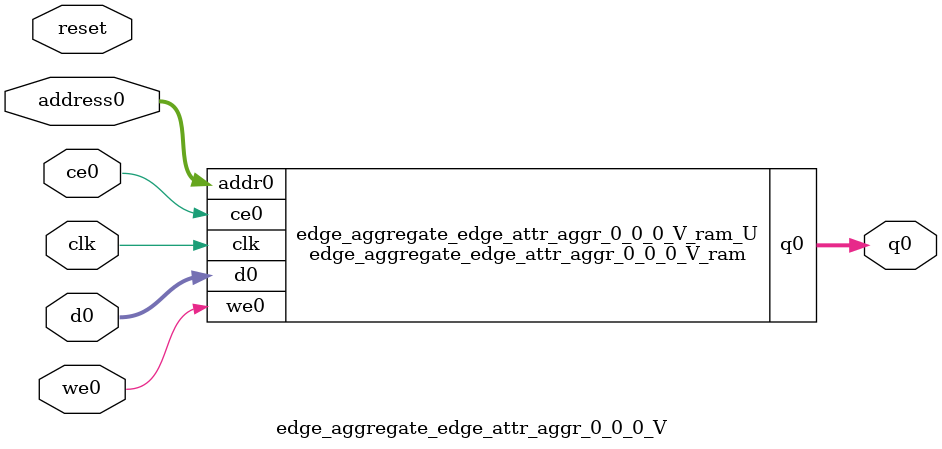
<source format=v>
`timescale 1 ns / 1 ps
module edge_aggregate_edge_attr_aggr_0_0_0_V_ram (addr0, ce0, d0, we0, q0,  clk);

parameter DWIDTH = 16;
parameter AWIDTH = 3;
parameter MEM_SIZE = 7;

input[AWIDTH-1:0] addr0;
input ce0;
input[DWIDTH-1:0] d0;
input we0;
output reg[DWIDTH-1:0] q0;
input clk;

(* ram_style = "distributed" *)reg [DWIDTH-1:0] ram[0:MEM_SIZE-1];




always @(posedge clk)  
begin 
    if (ce0) begin
        if (we0) 
            ram[addr0] <= d0; 
        q0 <= ram[addr0];
    end
end


endmodule

`timescale 1 ns / 1 ps
module edge_aggregate_edge_attr_aggr_0_0_0_V(
    reset,
    clk,
    address0,
    ce0,
    we0,
    d0,
    q0);

parameter DataWidth = 32'd16;
parameter AddressRange = 32'd7;
parameter AddressWidth = 32'd3;
input reset;
input clk;
input[AddressWidth - 1:0] address0;
input ce0;
input we0;
input[DataWidth - 1:0] d0;
output[DataWidth - 1:0] q0;



edge_aggregate_edge_attr_aggr_0_0_0_V_ram edge_aggregate_edge_attr_aggr_0_0_0_V_ram_U(
    .clk( clk ),
    .addr0( address0 ),
    .ce0( ce0 ),
    .we0( we0 ),
    .d0( d0 ),
    .q0( q0 ));

endmodule


</source>
